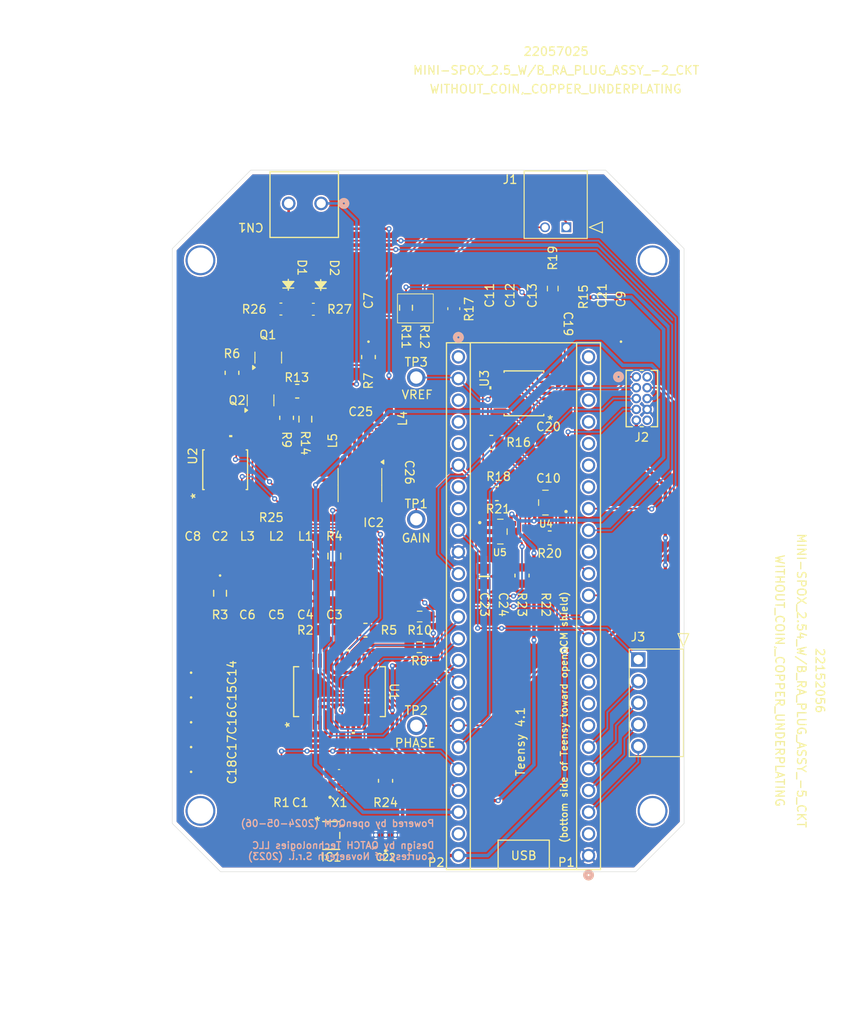
<source format=kicad_pcb>
(kicad_pcb (version 20240108) (generator "pcbnew") (generator_version "8.0")
  (layers (0 "F.Cu" signal) (31 "B.Cu" signal) (34 "B.Paste" user) (35 "F.Paste" user) (36 "B.SilkS" user "B.Silkscreen") (37 "F.SilkS" user "F.Silkscreen") (38 "B.Mask" user) (39 "F.Mask" user) (44 "Edge.Cuts" user))
  (net 0 "")
  (net 1 "+5V")
  (net 2 "GND")
  (net 3 "Net-(C2-Pad1)")
  (net 4 "/RF")
  (net 5 "/IOUT")
  (net 6 "Net-(C4-Pad1)")
  (net 7 "Net-(C5-Pad1)")
  (net 8 "Net-(C7-Pad1)")
  (net 9 "Net-(C7-Pad2)")
  (net 10 "Net-(U3-MFLT)")
  (net 11 "Net-(U3-INPA)")
  (net 12 "/INPA")
  (net 13 "Net-(U3-OFSA)")
  (net 14 "Net-(U3-OFSB)")
  (net 15 "Net-(U3-INPB)")
  (net 16 "/INPB")
  (net 17 "Net-(U3-PFLT)")
  (net 18 "Net-(U3-VPOS)")
  (net 19 "Net-(U5-IN-)")
  (net 20 "/A19(GAIN)")
  (net 21 "/GAIN")
  (net 22 "Net-(IC2-T-)")
  (net 23 "Net-(IC2-T+)")
  (net 24 "+3.3V")
  (net 25 "Net-(CN1-Pad1)")
  (net 26 "Net-(CN1-Pad2)")
  (net 27 "/25")
  (net 28 "Net-(D1-Pad1)")
  (net 29 "/24")
  (net 30 "Net-(D2-Pad1)")
  (net 31 "/Vin")
  (net 33 "/10(CS)")
  (net 34 "/A3(TX4)")
  (net 35 "/A2(RX4)")
  (net 36 "Net-(J1-Pad2)")
  (net 37 "/9(PWM)")
  (net 38 "/13(LED)")
  (net 40 "/A7(DC)")
  (net 42 "/12(MISO)")
  (net 43 "/11(MOSI)")
  (net 44 "/3(PWM)")
  (net 45 "/2(PWM)")
  (net 46 "/4(PWM)")
  (net 47 "/1(TX1)")
  (net 48 "/D41")
  (net 60 "/0(RX1)")
  (net 62 "/A4(SDA0)")
  (net 63 "/A8(W_CLK)")
  (net 64 "/A1(FQ_UD)")
  (net 65 "/A0")
  (net 66 "/A15(VREF)")
  (net 67 "/A20")
  (net 68 "/A9(SLD)")
  (net 69 "/A18")
  (net 70 "/A17(PWM)")
  (net 71 "/A14")
  (net 72 "/A16(PWM)")
  (net 73 "/Analog GND")
  (net 74 "/A21")
  (net 75 "/A6(PHASE)")
  (net 76 "Net-(Q1-B)")
  (net 77 "Net-(Q1-E)")
  (net 78 "Net-(Q2-B)")
  (net 79 "Net-(U1-IOUTB)")
  (net 80 "Net-(U3-MSET)")
  (net 81 "Net-(U3-PSET)")
  (net 82 "/PHASE")
  (net 83 "Net-(U4-IN-)")
  (net 84 "Net-(U1-RSET)")
  (net 85 "/RF-POT")
  (net 88 "Net-(U1-REFCLOCK)")
  (net 94 "/A5(SCL0)")
  (footprint "Footprints:CAP_KGM21_KAV" (layer "F.Cu") (at 124.598197 130.432233)
    (property "Reference" "C18")
    (property "Value" "0.1uF")
  )
  (footprint "Footprints:LED_SMD_XZCM_1P6X0P8_SLD" (layer "F.Cu") (at 133.798097 71.346433 90)
    (property "Reference" "D1")
    (property "Value" "Blue")
  )
  (footprint "Footprints:RU_14_ADI" (layer "F.Cu") (at 161.423098 86.082232 180)
    (property "Reference" "U3")
    (property "Value" "AD8302ARUZ")
  )
  (footprint "Footprints:BO_CR0805" (layer "F.Cu") (at 158.245597 97.832233)
    (property "Reference" "R21")
    (property "Value" "1k")
  )
  (footprint "Footprints:RC0805N_YAG" (layer "F.Cu") (at 168.398097 77.981333 -90)
    (property "Reference" "R15")
    (property "Value" "0")
  )
  (footprint "Footprints:BO_CR0805" (layer "F.Cu") (at 157.598097 91.832233)
    (property "Reference" "R16")
    (property "Value" "1k")
  )
  (footprint "Footprints:CAP_KGM21_KAV" (layer "F.Cu") (at 143.198097 77.832333 90)
    (property "Reference" "C7")
    (property "Value" "10uF")
  )
  (footprint "Footprints:CAP_08051A0R8CAT2A_AVX" (layer "F.Cu") (at 142.296397 89.832233)
    (property "Reference" "C25")
    (property "Value" "0.01uF")
  )
  (footprint "Footprints:CAP_0805J_AVX" (layer "F.Cu") (at 146.398097 95.333933 90)
    (property "Reference" "C26")
    (property "Value" "680pF")
  )
  (footprint "Footprints:CAP_08051A0R8CAT2A_AVX" (layer "F.Cu") (at 135.198097 131.530533 90)
    (property "Reference" "C1")
    (property "Value" "0.01uF")
  )
  (footprint "Footprints:INDC2015X152N" (layer "F.Cu") (at 128.998097 105.073233 -90)
    (property "Reference" "L3")
    (property "Value" "270nH")
  )
  (footprint "Footprints:CAP_0805J_AVX" (layer "F.Cu") (at 123.499797 100.632233 180)
    (property "Reference" "C8")
    (property "Value" "100pF")
  )
  (footprint "Footprints:INDC2015X152N" (layer "F.Cu") (at 135.798097 105.073233 -90)
    (property "Reference" "L1")
    (property "Value" "270nH")
  )
  (footprint "Footprints:IND_BLM18_0603_MUR" (layer "F.Cu") (at 138.998097 89.082933 90)
    (property "Reference" "L5")
    (property "Value" "470 Ohm @ 100 MHz")
  )
  (footprint "Footprints:RES_ERA6AED472V" (layer "F.Cu") (at 149.173097 115.832233 180)
    (property "Reference" "R8")
    (property "Value" "4.7k")
  )
  (footprint "Footprints:RES_ERA6AED472V" (layer "F.Cu") (at 164.798097 73.807233 90)
    (property "Reference" "R19")
    (property "Value" "5")
  )
  (footprint "Footprints:CAP_KGM21_KAV" (layer "F.Cu") (at 124.598197 127.527233)
    (property "Reference" "C17")
    (property "Value" "0.1uF")
  )
  (footprint "Footprints:SOT95P280X145-5N" (layer "F.Cu") (at 158.653097 102.282233)
    (property "Reference" "U5")
    (property "Value" "LM7301IM5/NOPB")
  )
  (footprint "Footprints:RES_RC0805_YAG" (layer "F.Cu") (at 143.198097 81.832233 90)
    (property "Reference" "R7")
    (property "Value" "50")
  )
  (footprint "Footprints:MCU0805-AT_VIS" (layer "F.Cu") (at 139.198097 105.152933 90)
    (property "Reference" "R4")
    (property "Value" "100")
  )
  (footprint "Footprints:LED_SMD_XZCM_1P6X0P8_SLD" (layer "F.Cu") (at 137.598097 71.378333 90)
    (property "Reference" "D2")
    (property "Value" "Red")
  )
  (footprint "Footprints:RESC2012X60N" (layer "F.Cu") (at 153.198097 76.167233 -90)
    (property "Reference" "R17")
    (property "Value" "52.3")
  )
  (footprint "Footprints:RC0805N_YAG" (layer "F.Cu") (at 138.547197 113.832233)
    (property "Reference" "R2")
    (property "Value" "2k")
  )
  (footprint "Footprints:INDC2015X152N" (layer "F.Cu") (at 132.398097 105.073233 -90)
    (property "Reference" "L2")
    (property "Value" "470nH")
  )
  (footprint "Footprints:CAP_KGM21_KAV" (layer "F.Cu") (at 125.798097 105.232133 90)
    (property "Reference" "C2")
    (property "Value" "10uF")
  )
  (footprint "Footprints:0805_AVX" (layer "F.Cu") (at 158.998097 107.432233 -90)
    (property "Reference" "C24")
    (property "Value" "47nF")
  )
  (footprint "Footprints:FIL_NFM21PC105B1A3D" (layer "F.Cu") (at 145.198097 137.832233 90)
    (property "Reference" "C22")
    (property "Value" "1uF")
  )
  (footprint "Footprints:CAP_CC0805_YAG" (layer "F.Cu") (at 164.798097 77.935433 90)
    (property "Reference" "C19")
    (property "Value" "1nF")
  )
  (footprint "Footprints:RESC2012X60N" (layer "F.Cu") (at 136.733097 76.232233)
    (property "Reference" "R27")
    (property "Value" "750")
  )
  (footprint "Footprints:RES_RC0805_YAG" (layer "F.Cu") (at 127.198097 83.679733 90)
    (property "Reference" "R6")
    (property "Value" "220")
  )
  (footprint "Footprints:CONN_MINITEK_2X5_HDR" (layer "F.Cu") (at 175.233097 86.692233 -90)
    (property "Reference" "J2")
    (property "Value" "20021111-00010T4LF")
  )
  (footprint "Footprints:RES_RC0805_YAG" (layer "F.Cu") (at 134.845597 85.832233)
    (property "Reference" "R13")
    (property "Value" "220")
  )
  (footprint "Footprints:MCU0805-AT_VIS" (layer "F.Cu") (at 125.798097 109.505133 -90)
    (property "Reference" "R3")
    (property "Value" "100")
  )
  (footprint "Footprints:CAP_CC0805_YAG" (layer "F.Cu") (at 162.398097 77.929033 90)
    (property "Reference" "C13")
    (property "Value" "1nF")
  )
  (footprint "Footprints:SOT95P280X145-5N" (layer "F.Cu") (at 163.943097 98.882233 180)
    (property "Reference" "U4")
    (property "Value" "LM7301IM5/NOPB")
  )
  (footprint "Footprints:XTAL_ASE-30.000MHZ-L-R-T" (layer "F.Cu") (at 139.748097 131.407233 90)
    (property "Reference" "X1")
    (property "Value" "ASE-30.000MHZ-L-R-T")
  )
  (footprint "Footprints:KEYSTONE_4954" (layer "F.Cu") (at 148.798097 100.832233)
    (property "Reference" "TP1")
    (property "Value" "4954")
  )
  (footprint "Footprints:RC0805N_YAG" (layer "F.Cu") (at 164 107.483133 90)
    (property "Reference" "R22")
    (property "Value" "2k")
  )
  (footprint "Footprints:CAP_0805J_AVX" (layer "F.Cu") (at 164.299797 94.232233)
    (property "Reference" "C10")
    (property "Value" "1pF")
  )
  (footprint "Footprints:RC0805N_YAG" (layer "F.Cu") (at 158.448997 94.232233 180)
    (property "Reference" "R18")
    (property "Value" "0")
  )
  (footprint "Footprints:BO_CR0805" (layer "F.Cu") (at 164.4475 103.032233 180)
    (property "Reference" "R20")
    (property "Value" "1k")
  )
  (footprint "Footprints:SOT-23-5_M5_MCH" (layer "F.Cu") (at 138.832847 137.882232)
    (property "Reference" "IC1")
    (property "Value" "MIC5219-5.0YM5-TR")
  )
  (footprint "Footprints:RS_28_ADI" (layer "F.Cu") (at 139.798097 121.032233 90)
    (property "Reference" "U1")
    (property "Value" "AD9851BRSZRL")
  )
  (footprint "Footprints:CAP_0805J_AVX" (layer "F.Cu") (at 132.398097 109.530533 -90)
    (property "Reference" "C5")
    (property "Value" "39pF")
  )
  (footprint "Footprints:CAP_0805J_AVX" (layer "F.Cu") (at 164.2983 91.6)
    (property "Reference" "C20")
    (property "Value" "1pF")
  )
  (footprint "Footprints:CAP_CC0805_YAG" (layer "F.Cu") (at 157.4 77.9032 90)
    (property "Reference" "C11")
    (property "Value" "1nF")
  )
  (footprint "Footprints:RC0805N_YAG" (layer "F.Cu") (at 132.998097 131.581333 -90)
    (property "Reference" "R1")
    (property "Value" "2k")
  )
  (footprint "Footprints:CAP_KGM21_KAV" (layer "F.Cu") (at 124.598197 121.717233)
    (property "Reference" "C15")
    (property "Value" "0.1uF")
  )
  (footprint "Footprints:CAP_KGM21_KAV" (layer "F.Cu") (at 124.598197 118.812233)
    (property "Reference" "C14")
    (property "Value" "0.1uF")
  )
  (footprint "Footprints:RC0805N_YAG" (layer "F.Cu") (at 149.775897 76.105333 -90)
    (property "Reference" "R12")
    (property "Value" "0")
  )
  (footprint "Package_SO:SOIC-8_3.9x4.9mm_P1.27mm" (layer "F.Cu") (at 142.198097 96.832233 -90)
    (property "Reference" "IC2")
    (property "Value" "MAX31855KASA")
  )
  (footprint "Connector_Phoenix_SPT:CONN_1727010" (layer "F.Cu") (at 133.678496 63.832233 180)
    (property "Reference" "CN1")
    (property "Value" "1727010")
  )
  (footprint "Footprints:RES_ERA6AED472V" (layer "F.Cu") (at 149.198097 112.232233 180)
    (property "Reference" "R10")
    (property "Value" "4.7k")
  )
  (footprint "Package_TO_SOT_SMD:SOT-23" (layer "F.Cu") (at 130.548097 86.905133 90)
    (property "Reference" "Q2")
    (property "Value" "MMBT3904")
  )
  (footprint "Footprints:BO_CR0805" (layer "F.Cu") (at 145.198097 131.479733 -90)
    (property "Reference" "R24")
    (property "Value" "1k")
  )
  (footprint "Footprints:RES_TNPW0805_VIS" (layer "F.Cu") (at 147.598097 76.054433 90)
    (property "Reference" "R11")
    (property "Value" "47")
  )
  (footprint "Footprints:CAP_KGM21_KAV" (layer "F.Cu") (at 172.798097 77.832333 90)
    (property "Reference" "C9")
    (property "Value" "0.1uF")
  )
  (footprint "Footprints:CON_22057025_MOL" (layer "F.Cu") (at 166.394097 66.632233 180)
    (property "Reference" "J1")
    (property "Value" "22057025")
  )
  (footprint "Footprints:RES_RC0805_YAG" (layer "F.Cu") (at 133.598097 88.952633 90)
    (property "Reference" "R9")
    (property "Value" "220")
  )
  (footprint "Footprints:KEYSTONE_4954" (layer "F.Cu") (at 148.798097 125.032233)
    (property "Reference" "TP2")
    (property "Value" "4954")
  )
  (footprint "Footprints:RESC2012X60N" (layer "F.Cu") (at 132.933097 76.210033)
    (property "Reference" "R26")
    (property "Value" "324")
  )
  (footprint "Footprints:CAP_KGM21_KAV" (layer "F.Cu") (at 124.598197 124.622233)
    (property "Reference" "C16")
    (property "Value" "0.1uF")
  )
  (footprint "Package_TO_SOT_SMD:SOT-23" (layer "F.Cu") (at 131.448097 81.894733 90)
    (property "Reference" "Q1")
    (property "Value" "MMBT3904")
  )
  (footprint "Footprints:KEYSTONE_4954" (layer "F.Cu") (at 148.798097 84.232233)
    (property "Reference" "TP3")
    (property "Value" "4954")
  )
  (footprint "Footprints:BO_CR0805" (layer "F.Cu") (at 161.198097 107.432233 -90)
    (property "Reference" "R23")
    (property "Value" "1k")
  )
  (footprint "Footprints:CAP_0805J_AVX" (layer "F.Cu") (at 170.598097 77.930533 90)
    (property "Reference" "C21")
    (property "Value" "100pF")
  )
  (footprint "Footprints:RES_RC0805_YAG" (layer "F.Cu") (at 142.845597 113.832233)
    (property "Reference" "R5")
    (property "Value" "50")
  )
  (footprint "Footprints:RU_14_ADI" (layer "F.Cu") (at 126.398097 95.032233 90)
    (property "Reference" "U2")
    (property "Value" "AD5252BRUZ1")
  )
  (footprint "Footprints:CONN24_PPTC241LFBN-RC_SUL" (layer "F.Cu") (at 168.998097 140.232233 90)
    (property "Reference" "P1")
    (property "Value" "PPTC241LFBN-RC")
  )
  (footprint "Footprints:RC0805N_YAG" (layer "F.Cu") (at 128.648997 100.632233)
    (property "Reference" "R25")
    (property "Value" "0")
  )
  (footprint "Footprints:CONN24_PPTC241LFBN-RC_SUL" (layer "F.Cu") (at 153.738097 81.812233 -90)
    (property "Reference" "P2")
    (property "Value" "PPTC241LFBN-RC")
  )
  (footprint "Footprints:CAPC2012X140N" (layer "F.Cu") (at 156.798097 107.532233 -90)
    (property "Reference" "C23")
    (property "Value" "68nF")
  )
  (footprint "Footprints:CAP_CC0805_YAG" (layer "F.Cu") (at 139.198097 109.529033 -90)
    (property "Reference" "C3")
    (property "Value" "10pF")
  )
  (footprint "Footprints:CAP_CC0805_YAG" (layer "F.Cu") (at 128.998097 109.535433 -90)
    (property "Reference" "C6")
    (property "Value" "10pF")
  )
  (footprint "Footprints:CAP_0805J_AVX" (layer "F.Cu") (at 135.798097 109.530533 -90)
    (property "Reference" "C4")
    (property "Value" "39pF")
  )
  (footprint "Footprints:MCU0805-AT_VIS" (layer "F.Cu") (at 135.798097 89.105133 90)
    (property "Reference" "R14")
    (property "Value" "100")
  )
  (footprint "Footprints:CAP_CC0805_YAG" (layer "F.Cu") (at 159.8 77.9032 90)
    (property "Reference" "C12")
    (property "Value" "1nF")
  )
  (footprint "Footprints:CON_22152056_MOL" (layer "F.Cu") (at 182.629847 118.492233 -90)
    (property "Reference" "J3")
    (property "Value" "0022152056")
  )
  (footprint "Footprints:IND_BLM18_0603_MUR" (layer "F.Cu") (at 145.598097 89.032233 90)
    (property "Reference" "L4")
    (property "Value" "470 Ohm @ 100 MHz")
  )
  (gr_line (start 155.135097 80.151233) (end 167.601097 80.161233) (stroke (width 0.15)) (layer "F.SilkS"))
  (gr_line (start 155.135097 141.882233) (end 167.601097 141.882233) (stroke (width 0.15)) (layer "F.SilkS"))
  (gr_rect (start 146.598097 74.432233) (end 150.798097 77.832233) (stroke (width 0.1)) (fill none) (layer "F.SilkS"))
  (gr_rect (start 158.398097 138.432233) (end 164.398097 141.882233) (stroke (width 0.15)) (fill none) (layer "F.SilkS"))
  (gr_line (start 174.541243 142.132233) (end 125.854951 142.132233) (stroke (width 0.05)) (layer "Edge.Cuts"))
  (gr_line (start 120.198097 136.475379) (end 120.201903 69.124621) (stroke (width 0.05)) (layer "Edge.Cuts"))
  (gr_line (start 129.394291 59.932233) (end 171.001903 59.932233) (stroke (width 0.05)) (layer "Edge.Cuts"))
  (gr_line (start 180.198097 136.475379) (end 174.541243 142.132233) (stroke (width 0.05)) (layer "Edge.Cuts"))
  (gr_line (start 120.201903 69.124621) (end 129.394291 59.932233) (stroke (width 0.05)) (layer "Edge.Cuts"))
  (gr_line (start 180.194291 69.124621) (end 171.001903 59.932233) (stroke (width 0.05)) (layer "Edge.Cuts"))
  (gr_line (start 180.194291 69.124621) (end 180.198097 136.475379) (stroke (width 0.05)) (layer "Edge.Cuts"))
  (gr_line (start 125.854951 142.132233) (end 120.198097 136.475379) (stroke (width 0.05)) (layer "Edge.Cuts"))
  (gr_text "Powered by openQCM (2024-05-06)\n\nDesign by QATCH Technologies LLC\nCourtesy of Novaetech S.r.l. (2023)" (at 151 140.8 0) (layer "B.SilkS") (effects (font (size 0.8 0.8) (thickness 0.15) (bold yes)) (justify left bottom mirror)))
  (gr_text "Teensy 4.1" (at 161.598097 131.032233 90) (layer "F.SilkS") (effects (font (size 1 1)) (justify left bottom)))
  (gr_text "GAIN" (at 146.998097 103.632233 0) (layer "F.SilkS") (effects (font (size 1 1)) (justify left bottom)))
  (gr_text "USB" (at 159.798097 140.832233 0) (layer "F.SilkS") (effects (font (size 1 1)) (justify left bottom)))
  (gr_text "(bottom side of Teensy toward openQCM shield)" (at 166.598097 138.832233 90) (layer "F.SilkS") (effects (font (size 0.8 0.8)) (justify left bottom)))
  (gr_text "PHASE" (at 146.198097 127.632233 0) (layer "F.SilkS") (effects (font (size 1 1)) (justify left bottom)))
  (gr_text "VREF" (at 146.998097 86.832233 0) (layer "F.SilkS") (effects (font (size 1 1)) (justify left bottom)))
  (via (at 176.5 135) (size 3.5) (drill 3) (layers "F.Cu" "B.Cu") (net 0))
  (via (at 176.5 70.5) (size 3.5) (drill 3) (layers "F.Cu" "B.Cu") (net 0))
  (via (at 123.5 70.5) (size 3.5) (drill 3) (layers "F.Cu" "B.Cu") (net 0))
  (via (at 123.5 135) (size 3.5) (drill 3) (layers "F.Cu" "B.Cu") (net 0))
  (segment (start 124.448096 97.857234) (end 124.448096 96.632233) (width 0.4) (layer "F.Cu") (net 1))
  (segment (start 123.798097 118.812233) (end 123.798097 124.622233) (width 0.4) (layer "F.Cu") (net 1))
  (segment (start 137.523098 122.107232) (end 137.598097 122.032233) (width 0.4) (layer "F.Cu") (net 1))
  (segment (start 147.2 133.8) (end 158.4 133.8) (width 0.4) (layer "F.Cu") (net 1))
  (segment (start 172.798097 75.632233) (end 172.798097 77.032233) (width 0.4) (layer "F.Cu") (net 1))
  (segment (start 147 118) (end 147.998097 117.001903) (width 0.4) (layer "F.Cu") (net 1))
  (segment (start 146 123.2) (end 145.965864 123.2) (width 0.4) (layer "F.Cu") (net 1))
  (segment (start 124.401497 100.235633) (end 124.448096 100.189034) (width 0.4) (layer "F.Cu") (net 1))
  (segment (start 147.2 135.83033) (end 147.2 133.8) (width 0.4) (layer "F.Cu") (net 1))
  (segment (start 131 128.4) (end 132.6 126.8) (width 0.4) (layer "F.Cu") (net 1))
  (segment (start 136.873097 124.664433) (end 137.523098 124.664433) (width 0.4) (layer "F.Cu") (net 1))
  (segment (start 141.998097 122.032233) (end 137.598097 122.032233) (width 0.4) (layer "F.Cu") (net 1))
  (segment (start 138.923098 118.525533) (end 138.823098 118.425533) (width 0.4) (layer "F.Cu") (net 1))
  (segment (start 142.073096 116.374533) (end 142.073096 117.400033) (width 0.4) (layer "F.Cu") (net 1))
  (segment (start 162.688097 99.832233) (end 162.688097 100.942233) (width 0.4) (layer "F.Cu") (net 1))
  (segment (start 146 123.234136) (end 146 123.2) (width 0.4) (layer "F.Cu") (net 1))
  (segment (start 162.688097 100.942233) (end 162.598097 101.032233) (width 0.4) (layer "F.Cu") (net 1))
  (segment (start 169.567767 74.832233) (end 169.6 74.8) (width 0.4) (layer "F.Cu") (net 1))
  (segment (start 145.098099 136.932231) (end 145.198097 136.832233) (width 0.4) (layer "F.Cu") (net 1))
  (segment (start 147.2 128.6) (end 146 127.4) (width 0.4) (layer "F.Cu") (net 1))
  (segment (start 131 132.4) (end 131 128.4) (width 0.4) (layer "F.Cu") (net 1))
  (segment (start 159.908097 101.332233) (end 159.908097 100.322233) (width 0.4) (layer "F.Cu") (net 1))
  (segment (start 125.673097 80.957233) (end 124.798097 81.832233) (width 0.4) (layer "F.Cu") (net 1))
  (segment (start 147.998097 115.832233) (end 147.998097 112.257233) (width 0.4) (layer "F.Cu") (net 1))
  (segment (start 147.2 133.8) (end 147.2 128.6) (width 0.4) (layer "F.Cu") (net 1))
  (segment (start 123.798097 124.622233) (end 123.798097 127.527233) (width 0.4) (layer "F.Cu") (net 1))
  (segment (start 124.798097 84.632233) (end 127.198097 84.632233) (width 0.4) (layer "F.Cu") (net 1))
  (segment (start 138.925533 118.525533) (end 138.923098 118.525533) (width 0.4) (layer "F.Cu") (net 1))
  (segment (start 169.6 74.8) (end 169.632233 74.832233) (width 0.4) (layer "F.Cu") (net 1))
  (segment (start 131.448097 80.957233) (end 125.673097 80.957233) (width 0.4) (layer "F.Cu") (net 1))
  (segment (start 138.823098 123.223098) (end 138.4 122.8) (width 0.4) (layer "F.Cu") (net 1))
  (segment (start 135.198097 132.432233) (end 138.498097 132.432233) (width 0.4) (layer "F.Cu") (net 1))
  (segment (start 123.398097 93.432233) (end 123.398097 86.032233) (width 0.4) (layer "F.Cu") (net 1))
  (segment (start 125.453697 96.632233) (end 125.748098 96.926634) (width 0.4) (layer "F.Cu") (net 1))
  (segment (start 146 118) (end 147 118) (width 0.4) (layer "F.Cu") (net 1))
  (segment (start 147.998097 112.257233) (end 148.023097 112.232233) (width 0.4) (layer "F.Cu") (net 1))
  (segment (start 147.998097 117.001903) (end 147.998097 115.832233) (width 0.4) (layer "F.Cu") (net 1))
  (segment (start 138.823098 126.176902) (end 138.823098 124.664433) (width 0.4) (layer "F.Cu") (net 1))
  (segment (start 139.398097 115.201903) (end 139.398097 113.832233) (width 0.4) (layer "F.Cu") (net 1))
  (segment (start 146 123.234136) (end 146 123.234136) (width 0.4) (layer "F.Cu") (net 1))
  (segment (start 132.998097 132.432233) (end 130.6 132.432233) (width 0.4) (layer "F.Cu") (net 1))
  (segment (start 145.965864 123.2) (end 144.798097 122.032233) (width 0.4) (layer "F.Cu") (net 1))
  (segment (start 137.523098 122.8) (end 137.523098 122.107232) (width 0.4) (layer "F.Cu") (net 1))
  (segment (start 141.698629 118.8) (end 139.2 118.8) (width 0.4) (layer "F.Cu") (net 1))
  (segment (start 138.698097 130.582233) (end 138.698097 132.232233) (width 0.4) (layer "F.Cu") (net 1))
  (segment (start 171.998097 74.832233) (end 172.798097 75.632233) (width 0.4) (layer "F.Cu") (net 1))
  (segment (start 142.847629 115.6) (end 142.073096 116.374533) (width 0.4) (layer "F.Cu") (net 1))
  (segment (start 138.823098 115.776902) (end 139.398097 115.201903) (width 0.4) (layer "F.Cu") (net 1))
  (segment (start 147.765864 115.6) (end 142.847629 115.6) (width 0.4) (layer "F.Cu") (net 1))
  (segment (start 146.198097 136.832233) (end 147.2 135.83033) (width 0.4) (layer "F.Cu") (net 1))
  (segment (start 124.448096 96.632233) (end 124.448096 94.482232) (width 0.4) (layer "F.Cu") (net 1))
  (segment (start 123.798097 102.201903) (end 124.401497 101.598503) (width 0.4) (layer "F.Cu") (net 1))
  (segment (start 140.198097 136.932231) (end 145.098099 136.932231) (width 0.4) (layer "F.Cu") (net 1))
  (segment (start 169.632233 74.832233) (end 171.798097 74.832233) (width 0.4) (layer "F.Cu") (net 1))
  (segment (start 138.4 122.8) (end 137.523098 122.8) (width 0.4) (layer "F.Cu") (net 1))
  (segment (start 123.798097 131.254533) (end 123.798097 130.432233) (width 0.4) (layer "F.Cu") (net 1))
  (segment (start 124.448096 100.189034) (end 124.448096 97.857234) (width 0.4) (layer "F.Cu") (net 1))
  (segment (start 142.073096 122.107232) (end 141.998097 122.032233) (width 0.4) (layer "F.Cu") (net 1))
  (segment (start 124.798097 81.832233) (end 124.798097 84.632233) (width 0.4) (layer "F.Cu") (net 1))
  (segment (start 145.198097 136.832233) (end 146.198097 136.832233) (width 0.4) (layer "F.Cu") (net 1))
  (segment (start 123.798097 118.812233) (end 123.798097 102.201903) (width 0.4) (layer "F.Cu") (net 1))
  (segment (start 147.998097 115.832233) (end 147.765864 115.6) (width 0.4) (layer "F.Cu") (net 1))
  (segment (start 142.073096 124.664433) (end 142.073096 122.107232) (width 0.4) (layer "F.Cu") (net 1))
  (segment (start 124.448096 96.632233) (end 125.453697 96.632233) (width 0.4) (layer "F.Cu") (net 1))
  (segment (start 168.398097 75.632233) (end 169.198097 74.832233) (width 0.4) (layer "F.Cu") (net 1))
  (segment (start 124.401497 100.632233) (end 124.401497 100.235633) (width 0.4) (layer "F.Cu") (net 1))
  (segment (start 168.398097 77.130433) (end 168.398097 75.632233) (width 0.4) (layer "F.Cu") (net 1))
  (segment (start 124.401497 101.598503) (end 124.401497 100.632233) (width 0.4) (layer "F.Cu") (net 1))
  (segment (start 138.823098 118.425533) (end 138.823098 117.400033) (width 0.4) (layer "F.Cu") (net 1))
  (segment (start 138.498097 132.432233) (end 138.698097 132.232233) (width 0.4) (layer "F.Cu") (net 1))
  (segment (start 123.398097 86.032233) (end 124.798097 84.632233) (width 0.4) (layer "F.Cu") (net 1))
  (segment (start 138.823098 117.400033) (end 138.823098 115.776902) (width 0.4) (layer "F.Cu") (net 1))
  (segment (start 130.6 132.432233) (end 130.998097 132.432233) (width 0.4) (layer "F.Cu") (net 1))
  (segment (start 130.998097 132.432233) (end 131 132.4) (width 0.4) (layer "F.Cu") (net 1))
  (segment (start 169.198097 74.832233) (end 169.567767 74.832233) (width 0.4) (layer "F.Cu") (net 1))
  (segment (start 144.798097 122.032233) (end 141.998097 122.032233) (width 0.4) (layer "F.Cu") (net 1))
  (segment (start 132.6 126.8) (end 138.2 126.8) (width 0.4) (layer "F.Cu") (net 1))
  (segment (start 124.975797 132.432233) (end 123.798097 131.254533) (width 0.4) (layer "F.Cu") (net 1))
  (segment (start 124.448096 94.482232) (end 123.398097 93.432233) (width 0.4) (layer "F.Cu") (net 1))
  (segment (start 138.2 126.8) (end 138.823098 126.176902) (width 0.4) (layer "F.Cu") (net 1))
  (segment (start 159.908097 100.322233) (end 159.998097 100.232233) (width 0.4) (layer "F.Cu") (net 1))
  (segment (start 125.748098 96.926634) (end 125.748098 97.857234) (width 0.4) (layer "F.Cu") (net 1))
  (segment (start 138.823098 124.664433) (end 138.823098 123.223098) (width 0.4) (layer "F.Cu") (net 1))
  (segment (start 139.2 118.8) (end 138.925533 118.525533) (width 0.4) (layer "F.Cu") (net 1))
  (segment (start 141.698629 118.8) (end 142.073096 118.425533) (width 0.4) (layer "F.Cu") (net 1))
  (segment (start 142.073096 117.400033) (end 142.073096 118.425533) (width 0.4) (layer "F.Cu") (net 1))
  (segment (start 137.523098 124.664433) (end 137.523098 122.8) (width 0.4) (layer "F.Cu") (net 1))
  (segment (start 130.6 132.432233) (end 124.975797 132.432233) (width 0.4) (layer "F.Cu") (net 1))
  (segment (start 162.6 104.8) (end 162.6 115) (width 0.4) (layer "F.Cu") (net 1))
  (segment (start 171.798097 74.832233) (end 171.998097 74.832233) (width 0.4) (layer "F.Cu") (net 1))
  (segment (start 146 127.4) (end 146 123.234136) (width 0.4) (layer "F.Cu") (net 1))
  (segment (start 123.798097 130.432233) (end 123.798097 127.527233) (width 0.4) (layer "F.Cu") (net 1))
  (segment (start 132.998097 132.432233) (end 135.198097 132.432233) (width 0.4) (layer "F.Cu") (net 1))
  (via (at 162.6 115) (size 0.6) (drill 0.3) (layers "F.Cu" "B.Cu") (net 1))
  (via (at 159.998097 100.232233) (size 0.6) (drill 0.3) (layers "F.Cu" "B.Cu") (net 1))
  (via (at 162.6 104.8) (size 0.6) (drill 0.3) (layers "F.Cu" "B.Cu") (net 1))
  (via (at 169.6 74.8) (size 0.6) (drill 0.3) (layers "F.Cu" "B.Cu") (net 1))
  (via (at 146 123.2) (size 0.6) (drill 0.3) (layers "F.Cu" "B.Cu") (net 1))
  (via (at 146 118) (size 0.6) (drill 0.3) (layers "F.Cu" "B.Cu") (net 1))
  (via (at 162.598097 101.032233) (size 0.6) (drill 0.3) (layers "F.Cu" "B.Cu") (net 1))
  (via (at 158.4 133.8) (size 0.6) (drill 0.3) (layers "F.Cu" "B.Cu") (net 1))
  (segment (start 177.8 93.6) (end 177.8 78.6) (width 0.4) (layer "B.Cu") (net 1))
  (segment (start 146 123.2) (end 146 118) (width 0.4) (layer "B.Cu") (net 1))
  (segment (start 162.6 115) (end 162.6 129.6) (width 0.4) (layer "B.Cu") (net 1))
  (segment (start 162.6 129.6) (end 158.4 133.8) (width 0.4) (layer "B.Cu") (net 1))
  (segment (start 159.998097 100.232233) (end 160.798097 101.032233) (width 0.4) (layer "B.Cu") (net 1))
  (segment (start 170.455167 100.944833) (end 171.7 99.7) (width 0.4) (layer "B.Cu") (net 1))
  (segment (start 160.798097 101.032233) (end 162.598097 101.032233) (width 0.4) (layer "B.Cu") (net 1))
  (segment (start 160.798097 101.032233) (end 160.798097 102.398097) (width 0.4) (layer "B.Cu") (net 1))
  (segment (start 160.798097 102.398097) (end 162.6 104.2) (width 0.4) (layer "B.Cu") (net 1))
  (segment (start 177.8 78.6) (end 174 74.8) (width 0.4) (layer "B.Cu") (net 1))
  (segment (start 162.6 104.2) (end 162.6 104.8) (width 0.4) (layer "B.Cu") (net 1))
  (segment (start 162.598097 101.032233) (end 162.685497 100.944833) (width 0.4) (layer "B.Cu") (net 1))
  (segment (start 171.7 99.7) (end 177.8 93.6) (width 0.4) (layer "B.Cu") (net 1))
  (segment (start 174 74.8) (end 169.6 74.8) (width 0.4) (layer "B.Cu") (net 1))
  (segment (start 162.685497 100.944833) (end 170.455167 100.944833) (width 0.4) (layer "B.Cu") (net 1))
  (segment (start 146.198097 94.432233) (end 146.123097 94.357233) (width 0.2) (layer "F.Cu") (net 2))
  (segment (start 146.398097 94.432233) (end 146.198097 94.432233) (width 0.2) (layer "F.Cu") (net 2))
  (segment (start 128.998097 106.032233) (end 128.998097 108.638633) (width 0.2) (layer "F.Cu") (net 3))
  (segment (start 125.798097 106.032233) (end 128.998097 106.032233) (width 0.2) (layer "F.Cu") (net 3))
  (segment (start 125.798097 106.032233) (end 125.798097 108.578033) (width 0.2) (layer "F.Cu") (net 3))
  (segment (start 126.398097 97.857234) (end 126.398097 103.832033) (width 0.2) (layer "F.Cu") (net 4))
  (segment (start 126.398097 103.832033) (end 125.798097 104.432033) (width 0.2) (layer "F.Cu") (net 4))
  (segment (start 135.798097 104.114233) (end 136.480097 104.114233) (width 0.2) (layer "F.Cu") (net 5))
  (segment (start 141 109.510236) (end 141 115.23033) (width 0.2) (layer "F.Cu") (net 5))
  (segment (start 138.445897 106.080033) (end 139.198097 106.080033) (width 0.2) (layer "F.Cu") (net 5))
  (segment (start 140.123098 116.107232) (end 140.123098 117.400033) (width 0.2) (layer "F.Cu") (net 5))
  (segment (start 136.480097 104.114233) (end 138.445897 106.080033) (width 0.2) (layer "F.Cu") (net 5))
  (segment (start 139.198097 108.632233) (end 140.121997 108.632233) (width 0.2) (layer "F.Cu") (net 5))
  (segment (start 141 115.23033) (end 140.123098 116.107232) (width 0.2) (layer "F.Cu") (net 5))
  (segment (start 140.121997 108.632233) (end 141 109.510236) (width 0.2) (layer "F.Cu") (net 5))
  (segment (start 139.198097 106.080033) (end 139.198097 108.632233) (width 0.2) (layer "F.Cu") (net 5))
  (segment (start 132.398097 104.114233) (end 133.080097 104.114233) (width 0.2) (layer "F.Cu") (net 6))
  (segment (start 133.080097 104.114233) (end 134.998097 106.032233) (width 0.2) (layer "F.Cu") (net 6))
  (segment (start 135.798097 106.032233) (end 135.798097 108.628833) (width 0.2) (layer "F.Cu") (net 6))
  (segment (start 134.998097 106.032233) (end 135.798097 106.032233) (width 0.2) (layer "F.Cu") (net 6))
  (segment (start 128.998097 104.114233) (end 129.680097 104.114233) (width 0.2) (layer "F.Cu") (net 7))
  (segment (start 132.398097 106.032233) (end 132.398097 108.628833) (width 0.2) (layer "F.Cu") (net 7))
  (segment (start 129.680097 104.114233) (end 131.598097 106.032233) (width 0.2) (layer "F.Cu") (net 7))
  (segment (start 131.598097 106.032233) (end 132.398097 106.032233) (width 0.2) (layer "F.Cu") (net 7))
  (segment (start 143.198097 78.632433) (end 143.198097 80.879733) (width 0.2) (layer "F.Cu") (net 8))
  (segment (start 166.394097 66.028233) (end 166.394097 66.632233) (width 0.2) (layer "F.Cu") (net 9))
  (segment (start 152.398097 65.232233) (end 165.598097 65.232233) (width 0.2) (layer "F.Cu") (net 9))
  (segment (start 165.598097 65.232233) (end 166.394097 66.028233) (width 0.2) (layer "F.Cu") (net 9))
  (segment (start 143.198097 74.432233) (end 152.398097 65.232233) (width 0.2) (layer "F.Cu") (net 9))
  (segment (start 143.198097 77.032233) (end 147.598097 77.032233) (width 0.2) (layer "F.Cu") (net 9))
  (segment (start 143.198097 77.032233) (end 143.198097 74.432233) (width 0.2) (layer "F.Cu") (net 9))
  (segment (start 161.2 89.8) (end 161.2 93.2) (width 0.2) (layer "F.Cu") (net 10))
  (segment (start 161.2 93.2) (end 162.232233 94.232233) (width 0.2) (layer "F.Cu") (net 10))
  (segment (start 158.598097 88.032231) (end 159.432231 88.032231) (width 0.2) (layer "F.Cu") (net 10))
  (segment (start 162.232233 94.232233) (end 163.398097 94.232233) (width 0.2) (layer "F.Cu") (net 10))
  (segment (start 159.432231 88.032231) (end 161.2 89.8) (width 0.2) (layer "F.Cu") (net 10))
  (segment (start 163.3921 87.382232) (end 164.248099 87.382232) (width 0.2) (layer "F.Cu") (net 11))
  (segment (start 157.798097 78.825833) (end 157.798097 81.788229) (width 0.2) (layer "F.Cu") (net 11))
  (segment (start 157.798097 81.788229) (end 163.3921 87.382232) (width 0.2) (layer "F.Cu") (net 11))
  (segment (start 153.198097 77.102233) (end 149.921897 77.102233) (width 0.2) (layer "F.Cu") (net 12))
  (segment (start 157.4 77.0064) (end 153.29393 77.0064) (width 0.2) (layer "F.Cu") (net 12))
  (segment (start 153.29393 77.0064) (end 153.198097 77.102233) (width 0.2) (layer "F.Cu") (net 12))
  (segment (start 149.921897 77.102233) (end 149.775897 76.956233) (width 0.2) (layer "F.Cu") (net 12))
  (segment (start 160.089897 78.825833) (end 160.089897 83.324033) (width 0.2) (layer "F.Cu") (net 13))
  (segment (start 163.498095 86.732231) (end 164.248099 86.732231) (width 0.2) (layer "F.Cu") (net 13))
  (segment (start 160.089897 83.324033) (end 163.498095 86.732231) (width 0.2) (layer "F.Cu") (net 13))
  (segment (start 162.957798 85.432233) (end 164.248099 85.432233) (width 0.2) (layer "F.Cu") (net 14))
  (segment (start 162.398097 78.825833) (end 162.398097 84.872532) (width 0.2) (layer "F.Cu") (net 14))
  (segment (start 162.398097 84.872532) (end 162.957798 85.432233) (width 0.2) (layer "F.Cu") (net 14))
  (segment (start 162.998097 84.46283) (end 163.317499 84.782232) (width 0.2) (layer "F.Cu") (net 15))
  (segment (start 163.317499 84.782232) (end 164.248099 84.782232) (width 0.2) (layer "F.Cu") (net 15))
  (segment (start 164.798097 81.832233) (end 162.998097 83.632233) (width 0.2) (layer "F.Cu") (net 15))
  (segment (start 162.998097 83.632233) (end 162.998097 84.46283) (width 0.2) (layer "F.Cu") (net 15))
  (segment (start 164.798097 78.832233) (end 164.798097 81.832233) (width 0.2) (layer "F.Cu") (net 15))
  (segment (start 147.598097 75.076633) (end 147.598097 73.632233) (width 0.2) (layer "F.Cu") (net 16))
  (segment (start 164.798097 74.982233) (end 161.948097 74.982233) (width 0.2) (layer "F.Cu") (net 16))
  (segment (start 164.798097 74.982233) (end 164.798097 77.038633) (width 0.2) (layer "F.Cu") (net 16))
  (segment (start 161.948097 74.982233) (end 161.198097 74.232233) (width 0.2) (layer "F.Cu") (net 16))
  (via (at 161.198097 74.232233) (size 0.6) (drill 0.3) (layers "F.Cu" "B.Cu") (net 16))
  (via (at 147.598097 73.632233) (size 0.6) (drill 0.3) (layers "F.Cu" "B.Cu") (net 16))
  (segment (start 147.598097 73.632233) (end 160.598097 73.632233) (width 0.2) (layer "B.Cu") (net 16))
  (segment (start 160.598097 73.632233) (end 161.198097 74.232233) (width 0.2) (layer "B.Cu") (net 16))
  (segment (start 163.217499 91.648235) (end 163.401497 91.832233) (width 0.2) (layer "F.Cu") (net 17))
  (segment (start 159.313396 84.132231) (end 162.598097 87.416932) (width 0.2) (layer "F.Cu") (net 17))
  (segment (start 162.598097 87.416932) (end 162.598097 90.632233) (width 0.2) (layer "F.Cu") (net 17))
  (segment (start 158.598097 84.132231) (end 159.313396 84.132231) (width 0.2) (layer "F.Cu") (net 17))
  (segment (start 162.598097 90.632233) (end 163.217499 91.251635) (width 0.2) (layer "F.Cu") (net 17))
  (segment (start 163.217499 91.251635) (end 163.217499 91.648235) (width 0.2) (layer "F.Cu") (net 17))
  (segment (start 165.317768 86.082232) (end 164.248099 86.082232) (width 0.2) (layer "F.Cu") (net 18))
  (segment (start 170.598097 78.832233) (end 168.398097 78.832233) (width 0.2) (layer "F.Cu") (net 18))
  (segment (start 168.198097 79.032233) (end 166.998097 79.032233) (width 0.2) (layer "F.Cu") (net 18))
  (segment (start 166.998097 79.032233) (end 166.2 79.83033) (width 0.2) (layer "F.Cu") (net 18))
  (segment (start 166.2 79.83033) (end 166.2 85.2) (width 0.2) (layer "F.Cu") (net 18))
  (segment (start 166.2 85.2) (end 165.317768 86.082232) (width 0.2) (layer "F.Cu") (net 18))
  (segment (start 168.398097 78.832233) (end 168.198097 79.032233) (width 0.2) (layer "F.Cu") (net 18))
  (segment (start 159.198097 97.832233) (end 159.998097 97.832233) (width 0.2) (layer "F.Cu") (net 19))
  (segment (start 160.798097 103.232233) (end 159.908097 103.232233) (width 0.2) (layer "F.Cu") (net 19))
  (segment (start 160.998097 103.032233) (end 160.798097 103.232233) (width 0.2) (layer "F.Cu") (net 19))
  (segment (start 161.198097 103.632233) (end 160.798097 103.232233) (width 0.2) (layer "F.Cu") (net 19))
  (segment (start 156.798097 109.232233) (end 157.398097 109.832233) (width 0.2) (layer "F.Cu") (net 19))
  (segment (start 159.998097 97.832233) (end 160.998097 98.832233) (width 0.2) (layer "F.Cu") (net 19))
  (segment (start 160.998097 98.832233) (end 160.998097 103.032233) (width 0.2) (layer "F.Cu") (net 19))
  (segment (start 161.198097 106.479733) (end 161.198097 103.632233) (width 0.2) (layer "F.Cu") (net 19))
  (segment (start 157.398097 109.832233) (end 160.2 109.832233) (width 0.2) (layer "F.Cu") (net 19))
  (segment (start 156.798097 108.432233) (end 156.798097 109.232233) (width 0.2) (layer "F.Cu") (net 19))
  (via (at 161.2 104.032233) (size 0.6) (drill 0.3) (layers "F.Cu" "B.Cu") (net 19))
  (via (at 160.2 109.832233) (size 0.6) (drill 0.3) (layers "F.Cu" "B.Cu") (net 19))
  (segment (start 161.2 109) (end 161.2 104.032233) (width 0.2) (layer "B.Cu") (net 19))
  (segment (start 160.2 109.832233) (end 160.367767 109.832233) (width 0.2) (layer "B.Cu") (net 19))
  (segment (start 160.367767 109.832233) (end 161.2 109) (width 0.2) (layer "B.Cu") (net 19))
  (segment (start 155.8 104.2) (end 155.8 102.015165) (width 0.2) (layer "F.Cu") (net 20))
  (segment (start 156.798097 105.198097) (end 155.8 104.2) (width 0.2) (layer "F.Cu") (net 20))
  (segment (start 157.058097 97.832233) (end 157.293097 97.832233) (width 0.2) (layer "F.Cu") (net 20))
  (segment (start 148.798097 100.832233) (end 148.798097 99.032233) (width 0.2) (layer "F.Cu") (net 20))
  (segment (start 156.798097 106.632233) (end 156.798097 105.198097) (width 0.2) (layer "F.Cu") (net 20))
  (segment (start 157.398097 101.332233) (end 157.6 101.13033) (width 0.2) (layer "F.Cu") (net 20))
  (segment (start 156.482932 101.332233) (end 157.398097 101.332233) (width 0.2) (layer "F.Cu") (net 20))
  (segment (start 148.798097 99.032233) (end 153.318097 94.512233) (width 0.2) (layer "F.Cu") (net 20))
  (segment (start 157.6 101.13033) (end 157.6 98.139136) (width 0.2) (layer "F.Cu") (net 20))
  (segment (start 153.318097 94.512233) (end 153.738097 94.512233) (width 0.2) (layer "F.Cu") (net 20))
  (segment (start 153.738097 94.512233) (end 157.058097 97.832233) (width 0.2) (layer "F.Cu") (net 20))
  (segment (start 157.6 98.139136) (end 157.293097 97.832233) (width 0.2) (layer "F.Cu") (net 20))
  (segment (start 155.8 102.015165) (end 156.482932 101.332233) (width 0.2) (layer "F.Cu") (net 20))
  (segment (start 158.198097 96.832233) (end 158.198097 100.398097) (width 0.2) (layer "F.Cu") (net 21))
  (segment (start 158.6 100.8) (end 158.6 102.7) (width 0.2) (layer "F.Cu") (net 21))
  (segment (start 157.998097 103.232233) (end 157.398097 103.232233) (width 0.2) (layer "F.Cu") (net 21))
  (segment (start 156.645597 91.832233) (end 156.645597 95.279733) (width 0.2) (layer "F.Cu") (net 21))
  (segment (start 156.645597 95.279733) (end 158.198097 96.832233) (width 0.2) (layer "F.Cu") (net 21))
  (segment (start 158.198097 100.398097) (end 158.6 100.8) (width 0.2) (layer "F.Cu") (net 21))
  (segment (start 158.998097 106.530533) (end 158.998097 104.232233) (width 0.2) (layer "F.Cu") (net 21))
  (segment (start 158.6 102.7) (end 158.067767 103.232233) (width 0.2) (layer "F.Cu") (net 21))
  (segment (start 158.998097 104.232233) (end 157.998097 103.232233) (width 0.2) (layer "F.Cu") (net 21))
  (segment (start 158.067767 103.232233) (end 157.998097 103.232233) (width 0.2) (layer "F.Cu") (net 21))
  (segment (start 142.833097 94.357233) (end 142.833097 90.197233) (width 0.3) (layer "F.Cu") (net 22))
  (segment (start 142.833097 90.197233) (end 143.198097 89.832233) (width 0.3) (layer "F.Cu") (net 22))
  (segment (start 145.598097 89.781533) (end 143.248797 89.781533) (width 0.3) (layer "F.Cu") (net 22))
  (segment (start 143.248797 89.781533) (end 143.198097 89.832233) (width 0.3) (layer "F.Cu") (net 22))
  (segment (start 141.563097 90.000633) (end 141.394697 89.832233) (width 0.3) (layer "F.Cu") (net 23))
  (segment (start 141.563097 94.357233) (end 141.563097 90.000633) (width 0.3) (layer "F.Cu") (net 23))
  (segment (start 138.998097 89.832233) (end 141.394697 89.832233) (width 0.3) (layer "F.Cu") (net 23))
  (segment (start 146.398097 96.235633) (end 141.196498 96.235633) (width 0.4) (layer "F.Cu") (net 24))
  (segment (start 140.293097 96.12873) (end 140.4 96.235633) (width 0.4) (layer "F.Cu") (net 24))
  (segment (start 140.4 96.235633) (end 137.564367 96.235633) (width 0.4) (layer "F.Cu") (net 24))
  (segment (start 140.293097 94.357233) (end 140.293097 96.12873) (width 0.4) (layer "F.Cu") (net 24))
  (segment (start 141.196498 96.235633) (end 140.4 96.235633) (width 0.4) (layer "F.Cu") (net 24))
  (segment (start 137.564367 96.235633) (end 137 96.8) (width 0.4) (layer "F.Cu") (net 24))
  (via (at 137 96.8) (size 0.6) (drill 0.3) (layers "F.Cu" "B.Cu") (net 24))
  (segment (start 159.6 88.2) (end 145.6 88.2) (width 0.4) (layer "B.Cu") (net 24))
  (segment (start 177.2 83.6) (end 176.4 82.8) (width 0.4) (layer "B.Cu") (net 24))
  (segment (start 137 129.6) (end 137 96.8) (width 0.4) (layer "B.Cu") (net 24))
  (segment (start 170.4 80.2) (end 167.6 80.2) (width 0.4) (layer "B.Cu") (net 24))
  (segment (start 175.868097 86.692233) (end 176.707767 86.692233) (width 0.4) (layer "B.Cu") (net 24))
  (segment (start 173 82.8) (end 170.4 80.2) (width 0.4) (layer "B.Cu") (net 24))
  (segment (start 167.6 80.2) (end 159.6 88.2) (width 0.4) (layer "B.Cu") (net 24))
  (segment (start 176.707767 86.692233) (end 177.2 86.2) (width 0.4) (layer "B.Cu") (net 24))
  (segment (start 145.6 88.2) (end 137 96.8) (width 0.4) (layer "B.Cu") (net 24))
  (segment (start 142.552233 135.152233) (end 137 129.6) (width 0.4) (layer "B.Cu") (net 24))
  (segment (start 153.738097 135.152233) (end 142.552233 135.152233) (width 0.4) (layer "B.Cu") (net 24))
  (segment (start 177.2 86.2) (end 177.2 83.6) (width 0.4) (layer "B.Cu") (net 24))
  (segment (start 176.4 82.8) (end 173 82.8) (width 0.4) (layer "B.Cu") (net 24))
  (segment (start 140.4 85) (end 141.8 85) (width 0.3) (layer "F.Cu") (net 25))
  (segment (start 138.998097 88.333633) (end 138.998097 86.401903) (width 0.3) (layer "F.Cu") (net 25))
  (segment (start 138.998097 86.401903) (end 140.4 85) (width 0.3) (layer "F.Cu") (net 25))
  (via (at 141.8 85) (size 0.6) (drill 0.3) (layers "F.Cu" "B.Cu") (net 25))
  (segment (start 139.767767 63.832233) (end 141.8 65.864466) (width 0.3) (layer "B.Cu") (net 25))
  (segment (start 141.8 65.864466) (end 141.8 85) (width 0.3) (layer "B.Cu") (net 25))
  (segment (start 139.767767 63.832233) (end 137.650899 63.832233) (width 0.3) (layer "B.Cu") (net 25))
  (segment (start 145.6 66.8) (end 134.8 66.8) (width 0.3) (layer "F.Cu") (net 26))
  (segment (start 145.598097 88.282933) (end 145.598097 87.432233) (width 0.3) (layer "F.Cu") (net 26))
  (segment (start 133.840899 65.840899) (end 133.840899 63.832233) (width 0.3) (layer "F.Cu") (net 26))
  (segment (start 145.598097 87.432233) (end 145.598097 84.001903) (width 0.3) (layer "F.Cu") (net 26))
  (segment (start 145.598097 84.001903) (end 145.6 84) (width 0.3) (layer "F.Cu") (net 26))
  (segment (start 134.8 66.8) (end 133.840899 65.840899) (width 0.3) (layer "F.Cu") (net 26))
  (via (at 145.6 84) (size 0.6) (drill 0.3) (layers "F.Cu" "B.Cu") (net 26))
  (via (at 145.6 66.8) (size 0.6) (drill 0.3) (layers "F.Cu" "B.Cu") (net 26))
  (segment (start 145.598097 66.801903) (end 145.6 66.8) (width 0.3) (layer "B.Cu") (net 26))
  (segment (start 145.6 84) (end 145.598097 83.998097) (width 0.3) (layer "B.Cu") (net 26))
  (segment (start 145.598097 83.998097) (end 145.598097 66.801903) (width 0.3) (layer "B.Cu") (net 26))
  (segment (start 176.36 99.592233) (end 176.4 99.632233) (width 0.2) (layer "F.Cu") (net 27))
  (segment (start 168.998097 99.592233) (end 176.36 99.592233) (width 0.2) (layer "F.Cu") (net 27))
  (segment (start 133.798097 69.832233) (end 135.43033 68.2) (width 0.2) (layer "F.Cu") (net 27))
  (segment (start 133.798097 70.800333) (end 133.798097 69.832233) (width 0.2) (layer "F.Cu") (net 27))
  (segment (start 135.43033 68.2) (end 147 68.2) (width 0.2) (layer "F.Cu") (net 27))
  (via (at 147 68.2) (size 0.6) (drill 0.3) (layers "F.Cu" "B.Cu") (net 27))
  (via (at 176.4 99.632233) (size 0.6) (drill 0.3) (layers "F.Cu" "B.Cu") (net 27))
  (segment (start 179.2 77.234136) (end 179.2 96.832233) (width 0.2) (layer "B.Cu") (net 27))
  (segment (start 179.2 96.832233) (end 176.4 99.632233) (width 0.2) (layer "B.Cu") (net 27))
  (segment (start 170.165864 68.2) (end 179.2 77.234136) (width 0.2) (layer "B.Cu") (net 27))
  (segment (start 147 68.4) (end 147.032233 68.432233) (width 0.2) (layer "B.Cu") (net 27))
  (segment (start 147.032233 68.2) (end 170.165864 68.2) (width 0.2) (layer "B.Cu") (net 27))
  (segment (start 133.798097 71.892533) (end 133.798097 76.140033) (width 0.2) (layer "F.Cu") (net 28))
  (segment (start 133.798097 76.140033) (end 133.868097 76.210033) (width 0.2) (layer "F.Cu") (net 28))
  (segment (start 138.198097 69.232233) (end 146.4 69.232233) (width 0.2) (layer "F.Cu") (net 29))
  (segment (start 137.598097 69.832233) (end 138.198097 69.232233) (width 0.2) (layer "F.Cu") (net 29))
  (segment (start 137.598097 70.832233) (end 137.598097 69.832233) (width 0.2) (layer "F.Cu") (net 29))
  (via (at 146.4 69.232233) (size 0.6) (drill 0.3) (layers "F.Cu" "B.Cu") (net 29))
  (segment (start 169.998097 69.232233) (end 178.8 78.034136) (width 0.2) (layer "B.Cu") (net 29))
  (segment (start 178.8 95) (end 171.667767 102.132233) (width 0.2) (layer "B.Cu") (net 29))
  (segment (start 171.667767 102.132233) (end 168.998097 102.132233) (width 0.2) (layer "B.Cu") (net 29))
  (segment (start 178.8 78.034136) (end 178.8 95) (width 0.2) (layer "B.Cu") (net 29))
  (segment (start 146.4 69.232233) (end 169.998097 69.232233) (width 0.2) (layer "B.Cu") (net 29))
  (segment (start 137.598097 71.924433) (end 137.598097 76.162233) (width 0.2) (layer "F.Cu") (net 30))
  (segment (start 137.598097 76.162233) (end 137.668097 76.232233) (width 0.2) (layer "F.Cu") (net 30))
  (segment (start 153.738097 140.232233) (end 136.998097 140.232233) (width 0.4) (layer "F.Cu") (net 31))
  (segment (start 136.198097 139.432233) (end 136.998097 140.232233) (width 0.4) (layer "F.Cu") (net 31))
  (segment (start 134.998097 138.232233) (end 134.998097 137.432233) (width 0.4) (layer "F.Cu") (net 31))
  (segment (start 178 97) (end 174.598097 93.598097) (width 0.4) (layer "F.Cu") (net 31))
  (segment (start 136.198097 138.832233) (end 136.198097 139.432233) (width 0.4) (layer "F.Cu") (net 31))
  (segment (start 169.815167 116.184833) (end 166.245497 116.184833) (width 0.4) (layer "F.Cu") (net 31))
  (segment (start 178 106.2) (end 178 108) (width 0.4) (layer "F.Cu") (net 31))
  (segment (start 174.598097 93.598097) (end 174.598097 89.232233) (width 0.4) (layer "F.Cu") (net 31))
  (segment (start 135.498099 136.932231) (end 137.467597 136.932231) (width 0.4) (layer "F.Cu") (net 31))
  (segment (start 137.467597 138.832233) (end 136.198097 138.832233) (width 0.4) (layer "F.Cu") (net 31))
  (segment (start 135.598097 138.832233) (end 134.998097 138.232233) (width 0.4) (layer "F.Cu") (net 31))
  (segment (start 136.198097 138.832233) (end 135.598097 138.832233) (width 0.4) (layer "F.Cu") (net 31))
  (segment (start 178 103.032233) (end 178 97) (width 0.4) (layer "F.Cu") (net 31))
  (segment (start 166.245497 116.184833) (end 166.198097 116.232233) (width 0.4) (layer "F.Cu") (net 31))
  (segment (start 178 108) (end 169.815167 116.184833) (width 0.4) (layer "F.Cu") (net 31))
  (segment (start 178.015165 106.215165) (end 178 106.2) (width 0.4) (layer "F.Cu") (net 31))
  (segment (start 134.998097 137.432233) (end 135.498099 136.932231) (width 0.4) (layer "F.Cu") (net 31))
  (via (at 166.198097 116.232233) (size 0.6) (drill 0.3) (layers "F.Cu" "B.Cu") (net 31))
  (via (at 178 106.2) (size 0.6) (drill 0.3) (layers "F.Cu" "B.Cu") (net 31))
  (via (at 178 103.032233) (size 0.6) (drill 0.3) (layers "F.Cu" "B.Cu") (net 31))
  (segment (start 166.2 126.852335) (end 166.2 131.2) (width 0.4) (layer "B.Cu") (net 31))
  (segment (start 166.2 131.2) (end 157.167767 140.232233) (width 0.4) (layer "B.Cu") (net 31))
  (segment (start 157.167767 140.232233) (end 153.738097 140.232233) (width 0.4) (layer "B.Cu") (net 31))
  (segment (start 166.198097 126.850432) (end 166.2 126.852335) (width 0.4) (layer "B.Cu") (net 31))
  (segment (start 166.198097 116.232233) (end 166.198097 126.850432) (width 0.4) (layer "B.Cu") (net 31))
  (segment (start 178 106.183883) (end 178 103.016116) (width 0.4) (layer "B.Cu") (net 31))
  (segment (start 151.632233 111.032233) (end 160.2 111.032233) (width 0.2) (layer "F.Cu") (net 33))
  (segment (start 151.632233 111.032233) (end 141.563097 100.963097) (width 0.2) (layer "F.Cu") (net 33))
  (segment (start 141.563097 100.963097) (end 141.563097 99.307233) (width 0.2) (layer "F.Cu") (net 33))
  (via (at 160.2 111.032233) (size 0.6) (drill 0.3) (layers "F.Cu" "B.Cu") (net 33))
  (segment (start 165.858097 112.292233) (end 164.598097 111.032233) (width 0.2) (layer "B.Cu") (net 33))
  (segment (start 164.598097 111.032233) (end 160.2 111.032233) (width 0.2) (layer "B.Cu") (net 33))
  (segment (start 168.998097 112.292233) (end 165.858097 112.292233) (width 0.2) (layer "B.Cu") (net 33))
  (segment (start 139 99.8) (end 139.80033 99.8) (width 0.2) (layer "F.Cu") (net 34))
  (segment (start 139.80033 99.8) (end 140.293097 99.307233) (width 0.2) (layer "F.Cu") (net 34))
  (via (at 139 99.8) (size 0.6) (drill 0.3) (layers "F.Cu" "B.Cu") (net 34))
  (segment (start 138 125.4) (end 138 116.2) (width 0.2) (layer "B.Cu") (net 34))
  (segment (start 138 116.2) (end 139 115.2) (width 0.2) (layer "B.Cu") (net 34))
  (segment (start 139 115.2) (end 139 99.8) (width 0.2) (layer "B.Cu") (net 34))
  (segment (start 153.738097 117.372233) (end 144.91033 126.2) (width 0.2) (layer "B.Cu") (net 34))
  (segment (start 144.91033 126.2) (end 138.8 126.2) (width 0.2) (layer "B.Cu") (net 34))
  (segment (start 138.8 126.2) (end 138 125.4) (width 0.2) (layer "B.Cu") (net 34))
  (segment (start 142.833097 100.833097) (end 144.6 102.6) (width 0.2) (layer "F.Cu") (net 35))
  (segment (start 142.833097 99.307233) (end 142.833097 100.833097) (width 0.2) (layer "F.Cu") (net 35))
  (segment (start 142.833097 99.652785) (end 142.833097 99.307233) (width 0.2) (layer "F.Cu") (net 35))
  (via (at 144.6 102.6) (size 0.6) (drill 0.3) (layers "F.Cu" "B.Cu") (net 35))
  (segment (start 143 119.2) (end 143 124.8) (width 0.2) (layer "B.Cu") (net 35))
  (segment (start 140 125.4) (end 139 124.4) (width 0.2) (layer "B.Cu") (net 35))
  (segment (start 143 124.8) (end 142.4 125.4) (width 0.2) (layer "B.Cu") (net 35))
  (segment (start 145 117.2) (end 143 119.2) (width 0.2) (layer "B.Cu") (net 35))
  (segment (start 151.37033 117.2) (end 145 117.2) (width 0.2) (layer "B.Cu") (net 35))
  (segment (start 142.4 125.4) (end 140 125.4) (width 0.2) (layer "B.Cu") (net 35))
  (segment (start 139 124.4) (end 139 118) (width 0.2) (layer "B.Cu") (net 35))
  (segment (start 153.738097 114.832233) (end 151.37033 117.2) (width 0.2) (layer "B.Cu") (net 35))
  (segment (start 139 118) (end 144.6 112.4) (width 0.2) (layer "B.Cu") (net 35))
  (segment (start 144.6 112.4) (end 144.6 102.6) (width 0.2) (layer "B.Cu") (net 35))
  (segment (start 156.598097 66.632233) (end 163.894097 66.632233) (width 0.2) (layer "F.Cu") (net 36))
  (segment (start 149.775897 75.254433) (end 149.775897 73.454433) (width 0.2) (layer "F.Cu") (net 36))
  (segment (start 149.775897 73.454433) (end 156.598097 66.632233) (width 0.2) (layer "F.Cu") (net 36))
  (segment (start 166.6 112.434136) (end 168.998097 114.832233) (width 0.2) (layer "F.Cu") (net 37))
  (segment (start 166.6 90.6) (end 166.6 112.434136) (width 0.2) (layer "F.Cu") (net 37))
  (via (at 166.6 90.6) (size 0.6) (drill 0.3) (layers "F.Cu" "B.Cu") (net 37))
  (segment (start 173.037767 87.962233) (end 170.4 90.6) (width 0.2) (layer "B.Cu") (net 37))
  (segment (start 170.4 90.6) (end 166.6 90.6) (width 0.2) (layer "B.Cu") (net 37))
  (segment (start 173.468097 87.962233) (end 173.037767 87.962233) (width 0.2) (layer "B.Cu") (net 37))
  (segment (start 174.598097 87.962233) (end 173.468097 87.962233) (width 0.2) (layer "B.Cu") (net 37))
  (segment (start 174.580697 85.439633) (end 164.760367 85.439633) (width 0.2) (layer "B.Cu") (net 38))
  (segment (start 151.4 104.874136) (end 153.738097 107.212233) (width 0.2) (layer "B.Cu") (net 38))
  (segment (start 152.8 95.8) (end 151.4 97.2) (width 0.2) (layer "B.Cu") (net 38))
  (segment (start 154.4 95.8) (end 152.8 95.8) (width 0.2) (layer "B.Cu") (net 38))
  (segment (start 174.598097 85.422233) (end 174.580697 85.439633) (width 0.2) (layer "B.Cu") (net 38))
  (segment (start 164.760367 85.439633) (end 154.4 95.8) (width 0.2) (layer "B.Cu") (net 38))
  (segment (start 151.4 97.2) (end 151.4 104.874136) (width 0.2) (layer "B.Cu") (net 38))
  (segment (start 170.620367 87.979633) (end 167.020367 87.979633) (width 0.2) (layer "B.Cu") (net 40))
  (segment (start 167.020367 87.979633) (end 157.4 97.6) (width 0.2) (layer "B.Cu") (net 40))
  (segment (start 157.4 97.6) (end 157.4 123.87033) (width 0.2) (layer "B.Cu") (net 40))
  (segment (start 174.598097 86.692233) (end 171.907767 86.692233) (width 0.2) (layer "B.Cu") (net 40))
  (segment (start 157.4 123.87033) (end 153.738097 127.532233) (width 0.2) (layer "B.Cu") (net 40))
  (segment (start 171.907767 86.692233) (end 170.620367 87.979633) (width 0.2) (layer "B.Cu") (net 40))
  (segment (start 173.878097 84.152233) (end 174.598097 84.152233) (width 0.2) (layer "F.Cu") (net 42))
  (segment (start 168.198097 85.632233) (end 172.398097 85.632233) (width 0.2) (layer "F.Cu") (net 42))
  (segment (start 167.890697 106.124833) (end 167.398097 105.632233) (width 0.2) (layer "F.Cu") (net 42))
  (segment (start 168.998097 107.212233) (end 167.910697 106.124833) (width 0.2) (layer "F.Cu") (net 42))
  (segment (start 172.398097 85.632233) (end 173.878097 84.152233) (width 0.2) (layer "F.Cu") (net 42))
  (segment (start 167.398097 105.632233) (end 167.398097 86.432233) (width 0.2) (layer "F.Cu") (net 42))
  (segment (start 167.910697 106.124833) (end 167.890697 106.124833) (width 0.2) (layer "F.Cu") (net 42))
  (segment (start 167.398097 86.432233) (end 168.198097 85.632233) (width 0.2) (layer "F.Cu") (net 42))
  (segment (start 178.998097 103.832233) (end 178.998097 87.032233) (width 0.2) (layer "F.Cu") (net 43))
  (segment (start 176.988097 85.422233) (end 175.868097 85.422233) (width 0.2) (layer "F.Cu") (net 43))
  (segment (start 177.398097 85.432233) (end 176.998097 85.432233) (width 0.2) (layer "F.Cu") (net 43))
  (segment (start 178.998097 87.032233) (end 177.398097 85.432233) (width 0.2) (layer "F.Cu") (net 43))
  (segment (start 176.998097 85.432233) (end 176.988097 85.422233) (width 0.2) (layer "F.Cu") (net 43))
  (segment (start 168.998097 109.752233) (end 173.078097 109.752233) (width 0.2) (layer "F.Cu") (net 43))
  (segment (start 173.078097 109.752233) (end 178.998097 103.832233) (width 0.2) (layer "F.Cu") (net 43))
  (segment (start 168.998097 130.072233) (end 172.198097 126.872233) (width 0.2) (layer "B.Cu") (net 44))
  (segment (start 172.198097 126.872233) (end 172.198097 124.983983) (width 0.2) (layer "B.Cu") (net 44))
  (segment (start 172.198097 124.983983) (end 174.829847 122.352233) (width 0.2) (layer "B.Cu") (net 44))
  (segment (start 173.2 126.52208) (end 174.829847 124.892233) (width 0.2) (layer "B.Cu") (net 45))
  (segment (start 173.2 128.41033) (end 173.2 126.52208) (width 0.2) (layer "B.Cu") (net 45))
  (segment (start 168.998097 132.612233) (end 173.2 128.41033) (width 0.2) (layer "B.Cu") (net 45))
  (segment (start 168.998097 127.532233) (end 171.2 125.33033) (width 0.2) (layer "B.Cu") (net 46))
  (segment (start 171.2 123.44208) (end 174.829847 119.812233) (width 0.2) (layer "B.Cu") (net 46))
  (segment (start 171.2 125.33033) (end 171.2 123.44208) (width 0.2) (layer "B.Cu") (net 46))
  (segment (start 168.998097 135.152233) (end 174.829847 129.320483) (width 0.2) (layer "B.Cu") (net 47))
  (segment (start 174.829847 129.320483) (end 174.829847 127.432233) (width 0.2) (layer "B.Cu") (net 47))
  (segment (start 156 113.6) (end 158.8 113.6) (width 0.2) (layer "F.Cu") (net 48))
  (via (at 156 113.6) (size 0.6) (drill 0.3) (layers "F.Cu" "B.Cu") (net 48))
  (via (at 158.8 113.6) (size 0.6) (drill 0.3) (layers "F.Cu" "B.Cu") (net 48))
  (segment (start 174.829847 117.272233) (end 171.157614 113.6) (width 0.2) (layer "B.Cu") (net 48))
  (segment (start 158.8 113.6) (end 171.157614 113.6) (width 0.2) (layer "B.Cu") (net 48))
  (segment (start 156 104.394136) (end 153.738097 102.132233) (width 0.2) (layer "B.Cu") (net 48))
  (segment (start 153.738097 102.772233) (end 153.738097 102.132233) (width 0.2) (layer "B.Cu") (net 48))
  (segment (start 156 113.6) (end 156 104.394136) (width 0.2) (layer "B.Cu") (net 48))
  (segment (start 151.798097 117.972233) (end 153.738097 119.912233) (width 0.2) (layer "F.Cu") (net 62))
  (segment (start 128.348096 95.882234) (end 128.398097 95.832233) (width 0.2) (layer "F.Cu") (net 62))
  (segment (start 150.373097 112.232233) (end 151.198097 112.232233) (width 0.2) (layer "F.Cu") (net 62))
  (segment (start 128.348096 97.857234) (end 128.348096 95.882234) (width 0.2) (layer "F.Cu") (net 62))
  (segment (start 150.373097 112.232233) (end 150.032233 112.232233) (width 0.2) (layer "F.Cu") (net 62))
  (segment (start 151.798097 112.832233) (end 151.798097 117.972233) (width 0.2) (layer "F.Cu") (net 62))
  (segment (start 135.965864 102.2) (end 132.198097 98.432233) (width 0.2) (layer "F.Cu") (net 62))
  (segment (start 150.032233 112.232233) (end 140 102.2) (width 0.2) (layer "F.Cu") (net 62))
  (segment (start 140 102.2) (end 135.965864 102.2) (width 0.2) (layer "F.Cu") (net 62))
  (segment (start 151.198097 112.232233) (end 151.798097 112.832233) (width 0.2) (layer "F.Cu") (net 62))
  (via (at 128.398097 95.832233) (size 0.6) (drill 0.3) (layers "F.Cu" "B.Cu") (net 62))
  (via (at 132.198097 98.432233) (size 0.6) (drill 0.3) (layers "F.Cu" "B.Cu") (net 62))
  (segment (start 129.598097 95.832233) (end 128.398097 95.832233) (width 0.2) (layer "B.Cu") (net 62))
  (segment (start 132.198097 98.432233) (end 129.598097 95.832233) (width 0.2) (layer "B.Cu") (net 62))
  (segment (start 139.03033 128) (end 139.473096 127.557234) (width 0.2) (layer "F.Cu") (net 63))
  (segment (start 139 128) (end 139.03033 128) (width 0.2) (layer "F.Cu") (net 63))
  (segment (start 139 128.03033) (end 139 128) (width 0.2) (layer "F.Cu") (net 63))
  (segment (start 132.998097 128.001903) (end 133 128) (width 0.2) (layer "F.Cu") (net 63))
  (segment (start 139.473096 127.557234) (end 139.473096 124.664433) (width 0.2) (layer "F.Cu") (net 63))
  (segment (start 136 128) (end 139 128) (width 0.2) (layer "F.Cu") (net 63))
  (segment (start 132.998097 130.730433) (end 132.998097 128.001903) (width 0.2) (layer "F.Cu") (net 63))
  (via (at 133 128) (size 0.6) (drill 0.3) (layers "F.Cu" "B.Cu") (net 63))
  (via (at 136 128) (size 0.6) (drill 0.3) (layers "F.Cu" "B.Cu") (net 63))
  (via (at 139 128) (size 0.6) (drill 0.3) (layers "F.Cu" "B.Cu") (net 63))
  (segment (start 151.665864 128) (end 139 128) (width 0.2) (layer "B.Cu") (net 63))
  (segment (start 133 128) (end 136 128) (width 0.2) (layer "B.Cu") (net 63))
  (segment (start 153.738097 130.072233) (end 151.665864 128) (width 0.2) (layer "B.Cu") (net 63))
  (segment (start 140.123095 123.323095) (end 140 123.2) (width 0.2) (layer "F.Cu") (net 64))
  (segment (start 140.123095 124.664433) (end 140.123095 123.323095) (width 0.2) (layer "F.Cu") (net 64))
  (via (at 140 123.2) (size 0.6) (drill 0.3) (layers "F.Cu" "B.Cu") (net 64))
  (segment (start 153.738097 112.661903) (end 150.8 115.6) (width 0.2) (layer "B.Cu") (net 64))
  (segment (start 150.8 115.6) (end 144 115.6) (width 0.2) (layer "B.Cu") (net 64))
  (segment (start 140 119.6) (end 140 123.2) (width 0.2) (layer "B.Cu") (net 64))
  (segment (start 153.738097 112.292233) (end 153.738097 112.661903) (width 0.2) (layer "B.Cu") (net 64))
  (segment (start 144 115.6) (end 140 119.6) (width 0.2) (layer "B.Cu") (net 64))
  (segment (start 157.2 86.8) (end 157.4 86.6) (width 0.2) (layer "F.Cu") (net 66))
  (segment (start 157.917768 86.082232) (end 157.2 86.8) (width 0.2) (layer "F.Cu") (net 66))
  (segment (start 158.598097 86.082232) (end 157.917768 86.082232) (width 0.2) (layer "F.Cu") (net 66))
  (via (at 157.2 86.8) (size 0.6) (drill 0.3) (layers "F.Cu" "B.Cu") (net 66))
  (segment (start 153.738097 84.352233) (end 156.185864 86.8) (width 0.2) (layer "B.Cu") (net 66))
  (segment (start 156.185864 86.8) (end 157.2 86.8) (width 0.2) (layer "B.Cu") (net 66))
  (segment (start 148.798097 84.232233) (end 153.618097 84.232233) (width 0.2) (layer "B.Cu") (net 66))
  (segment (start 153.618097 84.232233) (end 153.738097 84.352233) (width 0.2) (layer "B.Cu") (net 66))
  (segment (start 137.523098 114.005432) (end 137.523098 117.400033) (width 0.2) (layer "F.Cu") (net 68))
  (segment (start 147 122.8) (end 147 125.874136) (width 0.2) (layer "F.Cu") (net 68))
  (segment (start 145.2 121) (end 147 122.8) (width 0.2) (layer "F.Cu") (net 68))
  (segment (start 147 125.874136) (end 153.738097 132.612233) (width 0.2) (layer "F.Cu") (net 68))
  (segment (start 137.523098 117.400033) (end 137.523098 118.723098) (width 0.2) (layer "F.Cu") (net 68))
  (segment (start 137.696297 113.832233) (end 137.523098 114.005432) (width 0.2) (layer "F.Cu") (net 68))
  (segment (start 139.8 121) (end 145.2 121) (width 0.2) (layer "F.Cu") (net 68))
  (segment (start 137.523098 118.723098) (end 139.8 121) (width 0.2) (layer "F.Cu") (net 68))
  (segment (start 156.558097 124.992233) (end 153.738097 124.992233) (width 0.2) (layer "F.Cu") (net 75))
  (segment (start 153.698097 125.032233) (end 153.738097 124.992233) (width 0.2) (layer "F.Cu") (net 75))
  (segment (start 165.303097 103.032233) (end 165.303097 116.327233) (width 0.2) (layer "F.Cu") (net 75))
  (segment (start 156.598097 125.032233) (end 156.558097 124.992233) (width 0.2) (layer "F.Cu") (net 75))
  (segment (start 148.798097 125.032233) (end 153.698097 125.032233) (width 0.2) (layer "F.Cu") (net 75))
  (segment (start 165.198097 99.832233) (end 165.198097 102.83033) (width 0.2) (layer "F.Cu") (net 75))
  (segment (start 165.303097 116.327233) (end 156.598097 125.032233) (width 0.2) (layer "F.Cu") (net 75))
  (segment (start 165.198097 102.83033) (end 165.4 103.032233) (width 0.2) (layer "F.Cu") (net 75))
  (segment (start 130.498097 82.832233) (end 130.498097 85.917633) (width 0.2) (layer "F.Cu") (net 76))
  (segment (start 130.498097 85.917633) (end 130.548097 85.967633) (width 0.2) (layer "F.Cu") (net 76))
  (segment (start 127.198097 82.727233) (end 130.393097 82.727233) (width 0.2) (layer "F.Cu") (net 76))
  (segment (start 130.393097 82.727233) (end 130.498097 82.832233) (width 0.2) (layer "F.Cu") (net 76))
  (segment (start 133.598097 85.832233) (end 133.893097 85.832233) (width 0.2) (layer "F.Cu") (net 77))
  (segment (start 132.445597 82.784733) (end 132.398097 82.832233) (width 0.2) (layer "F.Cu") (net 77))
  (segment (start 133.598097 88.000133) (end 133.598097 86.127233) (width 0.2) (layer "F.Cu") (net 77))
  (segment (start 132.398097 84.632233) (end 133.598097 85.832233) (width 0.2) (layer "F.Cu") (net 77))
  (segment (start 143.198097 82.784733) (end 132.445597 82.784733) (width 0.2) (layer "F.Cu") (net 77))
  (segment (start 132.398097 82.832233) (end 132.398097 84.632233) (width 0.2) (layer "F.Cu") (net 77))
  (segment (start 133.598097 86.127233) (end 133.893097 85.832233) (width 0.2) (layer "F.Cu") (net 77))
  (segment (start 133.598097 89.905133) (end 135.670997 89.905133) (width 0.2) (layer "F.Cu") (net 78))
  (segment (start 129.598097 87.842633) (end 129.598097 88.632233) (width 0.2) (layer "F.Cu") (net 78))
  (segment (start 130.870997 89.905133) (end 133.598097 89.905133) (width 0.2) (layer "F.Cu") (net 78))
  (segment (start 129.598097 100.534033) (end 129.499897 100.632233) (width 0.2) (layer "F.Cu") (net 78))
  (segment (start 135.670997 89.905133) (end 135.798097 90.032233) (width 0.2) (layer "F.Cu") (net 78))
  (segment (start 129.598097 87.842633) (end 129.598097 100.534033) (width 0.2) (layer "F.Cu") (net 78))
  (segment (start 129.598097 88.632233) (end 130.870997 89.905133) (width 0.2) (layer "F.Cu") (net 78))
  (segment (start 140.773096 116.140435) (end 140.773096 117.400033) (width 0.2) (layer "F.Cu") (net 79))
  (segment (start 141.893097 113.832233) (end 141.893097 115.020434) (width 0.2) (layer "F.Cu") (net 79))
  (segment (start 141.893097 115.020434) (end 140.773096 116.140435) (width 0.2) (layer "F.Cu") (net 79))
  (segment (start 158.550597 91.832233) (end 158.550597 91.150597) (width 0.2) (layer "F.Cu") (net 80))
  (segment (start 157.2 89.8) (end 157.2 87.6) (width 0.2) (layer "F.Cu") (net 80))
  (segment (start 157.2 87.6) (end 157.417768 87.382232) (width 0.2) (layer "F.Cu") (net 80))
  (segment (start 157.417768 87.382232) (end 158.598097 87.382232) (width 0.2) (layer "F.Cu") (net 80))
  (segment (start 158.550597 91.150597) (end 157.2 89.8) (width 0.2) (layer "F.Cu") (net 80))
  (segment (start 158.598097 86.732231) (end 158.598097 87.382232) (width 0.2) (layer "F.Cu") (net 80))
  (segment (start 156.6 86.4) (end 156.6 90) (width 0.2) (layer "F.Cu") (net 81))
  (segment (start 156.6 90) (end 157.598097 90.998097) (width 0.2) (layer "F.Cu") (net 81))
  (segment (start 158.598097 84.782232) (end 158.598097 85.432231) (width 0.2) (layer "F.Cu") (net 81))
  (segment (start 157.598097 90.998097) (end 157.598097 94.232233) (width 0.2) (layer "F.Cu") (net 81))
  (segment (start 157.567769 85.432231) (end 156.6 86.4) (width 0.2) (layer "F.Cu") (net 81))
  (segment (start 158.598097 85.432231) (end 157.567769 85.432231) (width 0.2) (layer "F.Cu") (net 81))
  (segment (start 164.998097 96.832233) (end 162.598097 96.832233) (width 0.2) (layer "F.Cu") (net 82))
  (segment (start 162.598097 96.832233) (end 159.998097 94.232233) (width 0.2) (layer "F.Cu") (net 82))
  (segment (start 165.198097 97.932233) (end 165.198097 97.032233) (width 0.2) (layer "F.Cu") (net 82))
  (segment (start 165.198097 97.032233) (end 164.998097 96.832233) (width 0.2) (layer "F.Cu") (net 82))
  (segment (start 159.998097 94.232233) (end 159.299897 94.232233) (width 0.2) (layer "F.Cu") (net 82))
  (segment (start 162.398097 103.032233) (end 163.495 103.032233) (width 0.2) (layer "F.Cu") (net 83))
  (segment (start 161.598097 98.232233) (end 161.598097 102.232233) (width 0.2) (layer "F.Cu") (net 83))
  (segment (start 163.495 103.287955) (end 163.495 103.032233) (width 0.2) (layer "F.Cu") (net 83))
  (segment (start 161.598097 102.232233) (end 162.398097 103.032233) (width 0.2) (layer "F.Cu") (net 83))
  (segment (start 164 103.792955) (end 163.495 103.287955) (width 0.2) (layer "F.Cu") (net 83))
  (segment (start 161.898097 97.932233) (end 161.598097 98.232233) (width 0.2) (layer "F.Cu") (net 83))
  (segment (start 162.688097 97.932233) (end 161.898097 97.932233) (width 0.2) (layer "F.Cu") (net 83))
  (segment (start 164 106.632233) (end 164 103.792955) (width 0.2) (layer "F.Cu") (net 83))
  (segment (start 164.0475 106.584733) (end 164 106.632233) (width 0.2) (layer "F.Cu") (net 83))
  (segment (start 145.198097 129.232233) (end 142.723095 126.757231) (width 0.2) (layer "F.Cu") (net 84))
  (segment (start 145.198097 130.527233) (end 145.198097 129.232233) (width 0.2) (layer "F.Cu") (net 84))
  (segment (start 142.723095 126.757231) (end 142.723095 124.664433) (width 0.2) (layer "F.Cu") (net 84))
  (segment (start 127.698097 100.532233) (end 127.798097 100.632233) (width 0.2) (layer "F.Cu") (net 85))
  (segment (start 127.698097 97.857234) (end 127.698097 100.532233) (width 0.2) (layer "F.Cu") (net 85))
  (segment (start 140.798097 130.582233) (end 140.798097 124.689434) (width 0.2) (layer "F.Cu") (net 88))
  (segment (start 140.798097 124.689434) (end 140.773096 124.664433) (width 0.2) (layer "F.Cu") (net 88))
  (segment (start 150.348097 119.062233) (end 153.738097 122.452233) (width 0.2) (layer "F.Cu") (net 94))
  (segment (start 140.598097 101.432233) (end 140.198097 101.432233) (width 0.2) (layer "F.Cu") (net 94))
  (segment (start 149.798097 110.632233) (end 140.598097 101.432233) (width 0.2) (layer "F.Cu") (net 94))
  (segment (start 127.698097 93.732233) (end 127.598097 93.832233) (width 0.2) (layer "F.Cu") (net 94))
  (segment (start 150.798097 114.2) (end 150.798097 115.382233) (width 0.2) (layer "F.Cu") (net 94))
  (segment (start 150.798097 115.382233) (end 150.348097 115.832233) (width 0.2) (layer "F.Cu") (net 94))
  (segment (start 140.198097 101.432233) (end 136.598097 101.432233) (width 0.2) (layer "F.Cu") (net 94))
  (segment (start 150.348097 115.832233) (end 150.348097 119.062233) (width 0.2) (layer "F.Cu") (net 94))
  (segment (start 136.598097 101.432233) (end 136.398097 101.232233) (width 0.2) (layer "F.Cu") (net 94))
  (segment (start 136.398097 101.232233) (end 131.598097 96.432233) (width 0.2) (layer "F.Cu") (net 94))
  (segment (start 127.698097 92.207232) (end 127.698097 93.732233) (width 0.2) (layer "F.Cu") (net 94))
  (via (at 150.798097 114.2) (size 0.6) (drill 0.3) (layers "F.Cu" "B.Cu") (net 94))
  (via (at 127.598097 93.832233) (size 0.6) (drill 0.3) (layers "F.Cu" "B.Cu") (net 94))
  (via (at 149.798097 110.632233) (size 0.6) (drill 0.3) (layers "F.Cu" "B.Cu") (net 94))
  (via (at 131.598097 96.432233) (size 0.6) (drill 0.3) (layers "F.Cu" "B.Cu") (net 94))
  (segment (start 131.598097 96.432233) (end 128.998097 93.832233) (width 0.2) (layer "B.Cu") (net 94))
  (segment (start 150.798097 111.632233) (end 150.798097 114.2) (width 0.2) (layer "B.Cu") (net 94))
  (segment (start 128.998097 93.832233) (end 127.598097 93.832233) (width 0.2) (layer "B.Cu") (net 94))
  (segment (start 149.798097 110.632233) (end 150.798097 111.632233) (width 0.2) (layer "B.Cu") (net 94))
  (zone (net 2) (net_name "GND") (layers "F&B.Cu") (connect_pads (clearance 0.2)) (min_thickness 0.15) (fill yes (thermal_gap 0.2) (thermal_bridge_width 0.3))
    (polygon (pts (xy 100 40) (xy 200 40) (xy 200 160) (xy 100 160)))
  )
)
</source>
